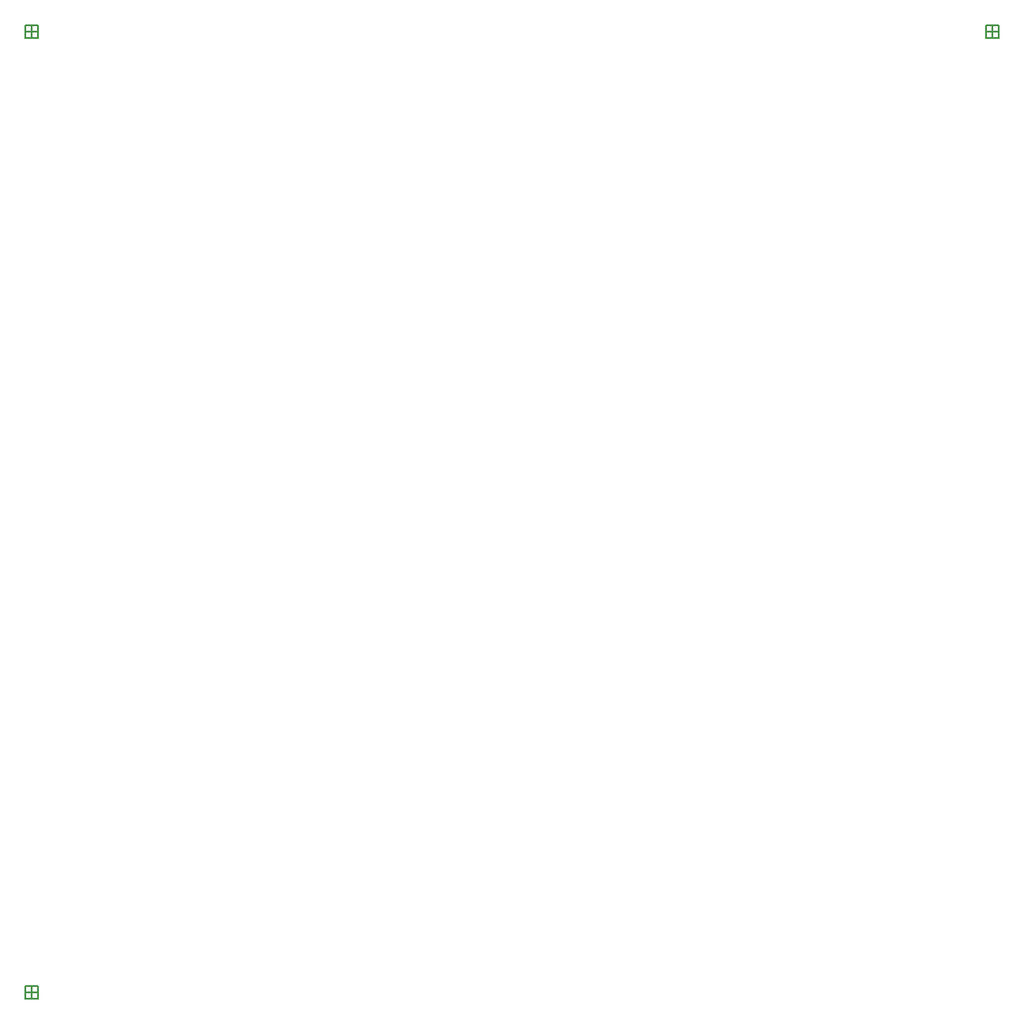
<source format=gbr>
G04 DipTrace 4.3.0.1*
G04 NonPlated_Through.gbr*
%MOMM*%
G04 #@! TF.FileFunction,NonPlated,1,2,NPTH,Drill*
G04 #@! TF.Part,Single*
G04 Drill Symbols*
G04 D=0.25 - Cross*
G04 D=0.55867 - X*
G04 D=0.9 - Y*
G04 D=1 - T*
G04 D=1.2 - V*
G04 D=4.5 - Clock*
G04 D=4.5 - Box_Cross*
%ADD10C,0.2*%
%FSLAX35Y35*%
G04*
G71*
G90*
G75*
G01*
X4500000Y4559950D2*
D10*
Y4440050D1*
X4440050Y4500000D2*
X4559950D1*
X4440050Y4559950D2*
X4559950D1*
Y4440050D1*
X4440050D1*
Y4559950D1*
X-4500000Y-4440050D2*
Y-4559950D1*
X-4559950Y-4500000D2*
X-4440050D1*
X-4559950Y-4440050D2*
X-4440050D1*
Y-4559950D1*
X-4559950D1*
Y-4440050D1*
X-4500000Y4559950D2*
Y4440050D1*
X-4559950Y4500000D2*
X-4440050D1*
X-4559950Y4559950D2*
X-4440050D1*
Y4440050D1*
X-4559950D1*
Y4559950D1*
M02*

</source>
